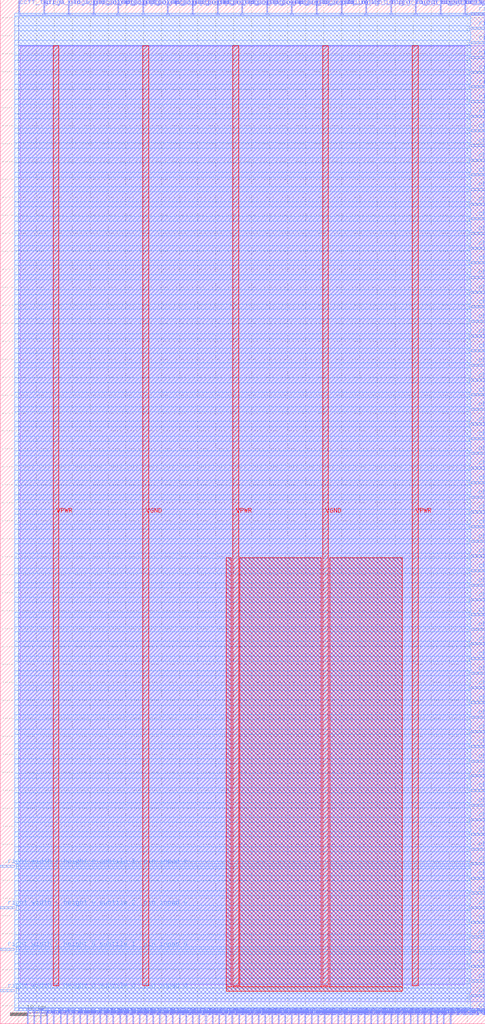
<source format=lef>
VERSION 5.7 ;
  NOWIREEXTENSIONATPIN ON ;
  DIVIDERCHAR "/" ;
  BUSBITCHARS "[]" ;
MACRO top_left_tile
  CLASS BLOCK ;
  FOREIGN top_left_tile ;
  ORIGIN 0.000 0.000 ;
  SIZE 135.000 BY 285.000 ;
  PIN VGND
    DIRECTION INOUT ;
    USE GROUND ;
    PORT
      LAYER met4 ;
        RECT 39.720 10.640 41.320 272.240 ;
    END
    PORT
      LAYER met4 ;
        RECT 89.720 10.640 91.320 272.240 ;
    END
  END VGND
  PIN VPWR
    DIRECTION INOUT ;
    USE POWER ;
    PORT
      LAYER met4 ;
        RECT 14.720 10.640 16.320 272.240 ;
    END
    PORT
      LAYER met4 ;
        RECT 64.720 10.640 66.320 272.240 ;
    END
    PORT
      LAYER met4 ;
        RECT 114.720 10.640 116.320 272.240 ;
    END
  END VPWR
  PIN ccff_head
    DIRECTION INPUT ;
    USE SIGNAL ;
    ANTENNAGATEAREA 0.110000 ;
    PORT
      LAYER met2 ;
        RECT 129.350 281.000 129.630 285.000 ;
    END
  END ccff_head
  PIN ccff_head_0
    DIRECTION INPUT ;
    USE SIGNAL ;
    ANTENNAGATEAREA 0.110000 ;
    PORT
      LAYER met2 ;
        RECT 7.450 0.000 7.730 4.000 ;
    END
  END ccff_head_0
  PIN ccff_tail
    DIRECTION OUTPUT TRISTATE ;
    USE SIGNAL ;
    ANTENNADIFFAREA 0.275600 ;
    PORT
      LAYER met3 ;
        RECT 131.000 3.440 135.000 4.040 ;
    END
  END ccff_tail
  PIN ccff_tail_0
    DIRECTION OUTPUT TRISTATE ;
    USE SIGNAL ;
    ANTENNADIFFAREA 0.275600 ;
    PORT
      LAYER met2 ;
        RECT 5.150 281.000 5.430 285.000 ;
    END
  END ccff_tail_0
  PIN chanx_right_in[0]
    DIRECTION INPUT ;
    USE SIGNAL ;
    ANTENNAGATEAREA 0.110000 ;
    PORT
      LAYER met3 ;
        RECT 131.000 129.920 135.000 130.520 ;
    END
  END chanx_right_in[0]
  PIN chanx_right_in[10]
    DIRECTION INPUT ;
    USE SIGNAL ;
    ANTENNAGATEAREA 0.110000 ;
    PORT
      LAYER met3 ;
        RECT 131.000 170.720 135.000 171.320 ;
    END
  END chanx_right_in[10]
  PIN chanx_right_in[11]
    DIRECTION INPUT ;
    USE SIGNAL ;
    ANTENNAGATEAREA 0.110000 ;
    PORT
      LAYER met3 ;
        RECT 131.000 174.800 135.000 175.400 ;
    END
  END chanx_right_in[11]
  PIN chanx_right_in[12]
    DIRECTION INPUT ;
    USE SIGNAL ;
    ANTENNAGATEAREA 0.110000 ;
    PORT
      LAYER met3 ;
        RECT 131.000 178.880 135.000 179.480 ;
    END
  END chanx_right_in[12]
  PIN chanx_right_in[13]
    DIRECTION INPUT ;
    USE SIGNAL ;
    ANTENNAGATEAREA 0.110000 ;
    PORT
      LAYER met3 ;
        RECT 131.000 182.960 135.000 183.560 ;
    END
  END chanx_right_in[13]
  PIN chanx_right_in[14]
    DIRECTION INPUT ;
    USE SIGNAL ;
    ANTENNAGATEAREA 0.110000 ;
    PORT
      LAYER met3 ;
        RECT 131.000 187.040 135.000 187.640 ;
    END
  END chanx_right_in[14]
  PIN chanx_right_in[15]
    DIRECTION INPUT ;
    USE SIGNAL ;
    ANTENNAGATEAREA 0.110000 ;
    PORT
      LAYER met3 ;
        RECT 131.000 191.120 135.000 191.720 ;
    END
  END chanx_right_in[15]
  PIN chanx_right_in[16]
    DIRECTION INPUT ;
    USE SIGNAL ;
    ANTENNAGATEAREA 0.110000 ;
    PORT
      LAYER met3 ;
        RECT 131.000 195.200 135.000 195.800 ;
    END
  END chanx_right_in[16]
  PIN chanx_right_in[17]
    DIRECTION INPUT ;
    USE SIGNAL ;
    ANTENNAGATEAREA 0.110000 ;
    PORT
      LAYER met3 ;
        RECT 131.000 199.280 135.000 199.880 ;
    END
  END chanx_right_in[17]
  PIN chanx_right_in[18]
    DIRECTION INPUT ;
    USE SIGNAL ;
    ANTENNAGATEAREA 0.110000 ;
    PORT
      LAYER met3 ;
        RECT 131.000 203.360 135.000 203.960 ;
    END
  END chanx_right_in[18]
  PIN chanx_right_in[19]
    DIRECTION INPUT ;
    USE SIGNAL ;
    ANTENNAGATEAREA 0.110000 ;
    PORT
      LAYER met3 ;
        RECT 131.000 207.440 135.000 208.040 ;
    END
  END chanx_right_in[19]
  PIN chanx_right_in[1]
    DIRECTION INPUT ;
    USE SIGNAL ;
    ANTENNAGATEAREA 0.110000 ;
    PORT
      LAYER met3 ;
        RECT 131.000 134.000 135.000 134.600 ;
    END
  END chanx_right_in[1]
  PIN chanx_right_in[20]
    DIRECTION INPUT ;
    USE SIGNAL ;
    ANTENNAGATEAREA 0.110000 ;
    PORT
      LAYER met3 ;
        RECT 131.000 211.520 135.000 212.120 ;
    END
  END chanx_right_in[20]
  PIN chanx_right_in[21]
    DIRECTION INPUT ;
    USE SIGNAL ;
    ANTENNAGATEAREA 0.110000 ;
    PORT
      LAYER met3 ;
        RECT 131.000 215.600 135.000 216.200 ;
    END
  END chanx_right_in[21]
  PIN chanx_right_in[22]
    DIRECTION INPUT ;
    USE SIGNAL ;
    ANTENNAGATEAREA 0.110000 ;
    PORT
      LAYER met3 ;
        RECT 131.000 219.680 135.000 220.280 ;
    END
  END chanx_right_in[22]
  PIN chanx_right_in[23]
    DIRECTION INPUT ;
    USE SIGNAL ;
    ANTENNAGATEAREA 0.110000 ;
    PORT
      LAYER met3 ;
        RECT 131.000 223.760 135.000 224.360 ;
    END
  END chanx_right_in[23]
  PIN chanx_right_in[24]
    DIRECTION INPUT ;
    USE SIGNAL ;
    ANTENNAGATEAREA 0.110000 ;
    PORT
      LAYER met3 ;
        RECT 131.000 227.840 135.000 228.440 ;
    END
  END chanx_right_in[24]
  PIN chanx_right_in[25]
    DIRECTION INPUT ;
    USE SIGNAL ;
    ANTENNAGATEAREA 0.110000 ;
    PORT
      LAYER met3 ;
        RECT 131.000 231.920 135.000 232.520 ;
    END
  END chanx_right_in[25]
  PIN chanx_right_in[26]
    DIRECTION INPUT ;
    USE SIGNAL ;
    ANTENNAGATEAREA 0.110000 ;
    PORT
      LAYER met3 ;
        RECT 131.000 236.000 135.000 236.600 ;
    END
  END chanx_right_in[26]
  PIN chanx_right_in[27]
    DIRECTION INPUT ;
    USE SIGNAL ;
    ANTENNAGATEAREA 0.110000 ;
    PORT
      LAYER met3 ;
        RECT 131.000 240.080 135.000 240.680 ;
    END
  END chanx_right_in[27]
  PIN chanx_right_in[28]
    DIRECTION INPUT ;
    USE SIGNAL ;
    ANTENNAGATEAREA 0.110000 ;
    PORT
      LAYER met3 ;
        RECT 131.000 244.160 135.000 244.760 ;
    END
  END chanx_right_in[28]
  PIN chanx_right_in[29]
    DIRECTION INPUT ;
    USE SIGNAL ;
    ANTENNAGATEAREA 0.110000 ;
    PORT
      LAYER met3 ;
        RECT 131.000 248.240 135.000 248.840 ;
    END
  END chanx_right_in[29]
  PIN chanx_right_in[2]
    DIRECTION INPUT ;
    USE SIGNAL ;
    ANTENNAGATEAREA 0.110000 ;
    PORT
      LAYER met3 ;
        RECT 131.000 138.080 135.000 138.680 ;
    END
  END chanx_right_in[2]
  PIN chanx_right_in[3]
    DIRECTION INPUT ;
    USE SIGNAL ;
    ANTENNAGATEAREA 0.110000 ;
    PORT
      LAYER met3 ;
        RECT 131.000 142.160 135.000 142.760 ;
    END
  END chanx_right_in[3]
  PIN chanx_right_in[4]
    DIRECTION INPUT ;
    USE SIGNAL ;
    ANTENNAGATEAREA 0.110000 ;
    PORT
      LAYER met3 ;
        RECT 131.000 146.240 135.000 146.840 ;
    END
  END chanx_right_in[4]
  PIN chanx_right_in[5]
    DIRECTION INPUT ;
    USE SIGNAL ;
    ANTENNAGATEAREA 0.110000 ;
    PORT
      LAYER met3 ;
        RECT 131.000 150.320 135.000 150.920 ;
    END
  END chanx_right_in[5]
  PIN chanx_right_in[6]
    DIRECTION INPUT ;
    USE SIGNAL ;
    ANTENNAGATEAREA 0.110000 ;
    PORT
      LAYER met3 ;
        RECT 131.000 154.400 135.000 155.000 ;
    END
  END chanx_right_in[6]
  PIN chanx_right_in[7]
    DIRECTION INPUT ;
    USE SIGNAL ;
    ANTENNAGATEAREA 0.110000 ;
    PORT
      LAYER met3 ;
        RECT 131.000 158.480 135.000 159.080 ;
    END
  END chanx_right_in[7]
  PIN chanx_right_in[8]
    DIRECTION INPUT ;
    USE SIGNAL ;
    ANTENNAGATEAREA 0.110000 ;
    PORT
      LAYER met3 ;
        RECT 131.000 162.560 135.000 163.160 ;
    END
  END chanx_right_in[8]
  PIN chanx_right_in[9]
    DIRECTION INPUT ;
    USE SIGNAL ;
    ANTENNAGATEAREA 0.110000 ;
    PORT
      LAYER met3 ;
        RECT 131.000 166.640 135.000 167.240 ;
    END
  END chanx_right_in[9]
  PIN chanx_right_out[0]
    DIRECTION OUTPUT TRISTATE ;
    USE SIGNAL ;
    ANTENNADIFFAREA 0.275600 ;
    PORT
      LAYER met3 ;
        RECT 131.000 7.520 135.000 8.120 ;
    END
  END chanx_right_out[0]
  PIN chanx_right_out[10]
    DIRECTION OUTPUT TRISTATE ;
    USE SIGNAL ;
    ANTENNADIFFAREA 0.275600 ;
    PORT
      LAYER met3 ;
        RECT 131.000 48.320 135.000 48.920 ;
    END
  END chanx_right_out[10]
  PIN chanx_right_out[11]
    DIRECTION OUTPUT TRISTATE ;
    USE SIGNAL ;
    ANTENNADIFFAREA 0.275600 ;
    PORT
      LAYER met3 ;
        RECT 131.000 52.400 135.000 53.000 ;
    END
  END chanx_right_out[11]
  PIN chanx_right_out[12]
    DIRECTION OUTPUT TRISTATE ;
    USE SIGNAL ;
    ANTENNADIFFAREA 0.275600 ;
    PORT
      LAYER met3 ;
        RECT 131.000 56.480 135.000 57.080 ;
    END
  END chanx_right_out[12]
  PIN chanx_right_out[13]
    DIRECTION OUTPUT TRISTATE ;
    USE SIGNAL ;
    ANTENNADIFFAREA 0.275600 ;
    PORT
      LAYER met3 ;
        RECT 131.000 60.560 135.000 61.160 ;
    END
  END chanx_right_out[13]
  PIN chanx_right_out[14]
    DIRECTION OUTPUT TRISTATE ;
    USE SIGNAL ;
    ANTENNADIFFAREA 0.275600 ;
    PORT
      LAYER met3 ;
        RECT 131.000 64.640 135.000 65.240 ;
    END
  END chanx_right_out[14]
  PIN chanx_right_out[15]
    DIRECTION OUTPUT TRISTATE ;
    USE SIGNAL ;
    ANTENNADIFFAREA 0.275600 ;
    PORT
      LAYER met3 ;
        RECT 131.000 68.720 135.000 69.320 ;
    END
  END chanx_right_out[15]
  PIN chanx_right_out[16]
    DIRECTION OUTPUT TRISTATE ;
    USE SIGNAL ;
    ANTENNADIFFAREA 0.275600 ;
    PORT
      LAYER met3 ;
        RECT 131.000 72.800 135.000 73.400 ;
    END
  END chanx_right_out[16]
  PIN chanx_right_out[17]
    DIRECTION OUTPUT TRISTATE ;
    USE SIGNAL ;
    ANTENNADIFFAREA 0.275600 ;
    PORT
      LAYER met3 ;
        RECT 131.000 76.880 135.000 77.480 ;
    END
  END chanx_right_out[17]
  PIN chanx_right_out[18]
    DIRECTION OUTPUT TRISTATE ;
    USE SIGNAL ;
    ANTENNADIFFAREA 0.275600 ;
    PORT
      LAYER met3 ;
        RECT 131.000 80.960 135.000 81.560 ;
    END
  END chanx_right_out[18]
  PIN chanx_right_out[19]
    DIRECTION OUTPUT TRISTATE ;
    USE SIGNAL ;
    ANTENNADIFFAREA 0.275600 ;
    PORT
      LAYER met3 ;
        RECT 131.000 85.040 135.000 85.640 ;
    END
  END chanx_right_out[19]
  PIN chanx_right_out[1]
    DIRECTION OUTPUT TRISTATE ;
    USE SIGNAL ;
    ANTENNADIFFAREA 0.275600 ;
    PORT
      LAYER met3 ;
        RECT 131.000 11.600 135.000 12.200 ;
    END
  END chanx_right_out[1]
  PIN chanx_right_out[20]
    DIRECTION OUTPUT TRISTATE ;
    USE SIGNAL ;
    ANTENNADIFFAREA 0.275600 ;
    PORT
      LAYER met3 ;
        RECT 131.000 89.120 135.000 89.720 ;
    END
  END chanx_right_out[20]
  PIN chanx_right_out[21]
    DIRECTION OUTPUT TRISTATE ;
    USE SIGNAL ;
    ANTENNADIFFAREA 0.275600 ;
    PORT
      LAYER met3 ;
        RECT 131.000 93.200 135.000 93.800 ;
    END
  END chanx_right_out[21]
  PIN chanx_right_out[22]
    DIRECTION OUTPUT TRISTATE ;
    USE SIGNAL ;
    ANTENNADIFFAREA 0.275600 ;
    PORT
      LAYER met3 ;
        RECT 131.000 97.280 135.000 97.880 ;
    END
  END chanx_right_out[22]
  PIN chanx_right_out[23]
    DIRECTION OUTPUT TRISTATE ;
    USE SIGNAL ;
    ANTENNADIFFAREA 0.275600 ;
    PORT
      LAYER met3 ;
        RECT 131.000 101.360 135.000 101.960 ;
    END
  END chanx_right_out[23]
  PIN chanx_right_out[24]
    DIRECTION OUTPUT TRISTATE ;
    USE SIGNAL ;
    ANTENNADIFFAREA 0.275600 ;
    PORT
      LAYER met3 ;
        RECT 131.000 105.440 135.000 106.040 ;
    END
  END chanx_right_out[24]
  PIN chanx_right_out[25]
    DIRECTION OUTPUT TRISTATE ;
    USE SIGNAL ;
    ANTENNADIFFAREA 0.275600 ;
    PORT
      LAYER met3 ;
        RECT 131.000 109.520 135.000 110.120 ;
    END
  END chanx_right_out[25]
  PIN chanx_right_out[26]
    DIRECTION OUTPUT TRISTATE ;
    USE SIGNAL ;
    ANTENNADIFFAREA 0.275600 ;
    PORT
      LAYER met3 ;
        RECT 131.000 113.600 135.000 114.200 ;
    END
  END chanx_right_out[26]
  PIN chanx_right_out[27]
    DIRECTION OUTPUT TRISTATE ;
    USE SIGNAL ;
    ANTENNADIFFAREA 0.275600 ;
    PORT
      LAYER met3 ;
        RECT 131.000 117.680 135.000 118.280 ;
    END
  END chanx_right_out[27]
  PIN chanx_right_out[28]
    DIRECTION OUTPUT TRISTATE ;
    USE SIGNAL ;
    ANTENNADIFFAREA 0.275600 ;
    PORT
      LAYER met3 ;
        RECT 131.000 121.760 135.000 122.360 ;
    END
  END chanx_right_out[28]
  PIN chanx_right_out[29]
    DIRECTION OUTPUT TRISTATE ;
    USE SIGNAL ;
    ANTENNADIFFAREA 0.275600 ;
    PORT
      LAYER met3 ;
        RECT 131.000 125.840 135.000 126.440 ;
    END
  END chanx_right_out[29]
  PIN chanx_right_out[2]
    DIRECTION OUTPUT TRISTATE ;
    USE SIGNAL ;
    ANTENNADIFFAREA 0.275600 ;
    PORT
      LAYER met3 ;
        RECT 131.000 15.680 135.000 16.280 ;
    END
  END chanx_right_out[2]
  PIN chanx_right_out[3]
    DIRECTION OUTPUT TRISTATE ;
    USE SIGNAL ;
    ANTENNADIFFAREA 0.275600 ;
    PORT
      LAYER met3 ;
        RECT 131.000 19.760 135.000 20.360 ;
    END
  END chanx_right_out[3]
  PIN chanx_right_out[4]
    DIRECTION OUTPUT TRISTATE ;
    USE SIGNAL ;
    ANTENNADIFFAREA 0.275600 ;
    PORT
      LAYER met3 ;
        RECT 131.000 23.840 135.000 24.440 ;
    END
  END chanx_right_out[4]
  PIN chanx_right_out[5]
    DIRECTION OUTPUT TRISTATE ;
    USE SIGNAL ;
    ANTENNADIFFAREA 0.275600 ;
    PORT
      LAYER met3 ;
        RECT 131.000 27.920 135.000 28.520 ;
    END
  END chanx_right_out[5]
  PIN chanx_right_out[6]
    DIRECTION OUTPUT TRISTATE ;
    USE SIGNAL ;
    ANTENNADIFFAREA 0.275600 ;
    PORT
      LAYER met3 ;
        RECT 131.000 32.000 135.000 32.600 ;
    END
  END chanx_right_out[6]
  PIN chanx_right_out[7]
    DIRECTION OUTPUT TRISTATE ;
    USE SIGNAL ;
    ANTENNADIFFAREA 0.275600 ;
    PORT
      LAYER met3 ;
        RECT 131.000 36.080 135.000 36.680 ;
    END
  END chanx_right_out[7]
  PIN chanx_right_out[8]
    DIRECTION OUTPUT TRISTATE ;
    USE SIGNAL ;
    ANTENNADIFFAREA 0.275600 ;
    PORT
      LAYER met3 ;
        RECT 131.000 40.160 135.000 40.760 ;
    END
  END chanx_right_out[8]
  PIN chanx_right_out[9]
    DIRECTION OUTPUT TRISTATE ;
    USE SIGNAL ;
    ANTENNADIFFAREA 0.275600 ;
    PORT
      LAYER met3 ;
        RECT 131.000 44.240 135.000 44.840 ;
    END
  END chanx_right_out[9]
  PIN chany_bottom_in_0[0]
    DIRECTION INPUT ;
    USE SIGNAL ;
    ANTENNAGATEAREA 0.110000 ;
    PORT
      LAYER met2 ;
        RECT 9.290 0.000 9.570 4.000 ;
    END
  END chany_bottom_in_0[0]
  PIN chany_bottom_in_0[10]
    DIRECTION INPUT ;
    USE SIGNAL ;
    ANTENNAGATEAREA 0.110000 ;
    PORT
      LAYER met2 ;
        RECT 27.690 0.000 27.970 4.000 ;
    END
  END chany_bottom_in_0[10]
  PIN chany_bottom_in_0[11]
    DIRECTION INPUT ;
    USE SIGNAL ;
    ANTENNAGATEAREA 0.110000 ;
    PORT
      LAYER met2 ;
        RECT 29.530 0.000 29.810 4.000 ;
    END
  END chany_bottom_in_0[11]
  PIN chany_bottom_in_0[12]
    DIRECTION INPUT ;
    USE SIGNAL ;
    ANTENNAGATEAREA 0.110000 ;
    PORT
      LAYER met2 ;
        RECT 31.370 0.000 31.650 4.000 ;
    END
  END chany_bottom_in_0[12]
  PIN chany_bottom_in_0[13]
    DIRECTION INPUT ;
    USE SIGNAL ;
    ANTENNAGATEAREA 0.110000 ;
    PORT
      LAYER met2 ;
        RECT 33.210 0.000 33.490 4.000 ;
    END
  END chany_bottom_in_0[13]
  PIN chany_bottom_in_0[14]
    DIRECTION INPUT ;
    USE SIGNAL ;
    ANTENNAGATEAREA 0.110000 ;
    PORT
      LAYER met2 ;
        RECT 35.050 0.000 35.330 4.000 ;
    END
  END chany_bottom_in_0[14]
  PIN chany_bottom_in_0[15]
    DIRECTION INPUT ;
    USE SIGNAL ;
    ANTENNAGATEAREA 0.110000 ;
    PORT
      LAYER met2 ;
        RECT 36.890 0.000 37.170 4.000 ;
    END
  END chany_bottom_in_0[15]
  PIN chany_bottom_in_0[16]
    DIRECTION INPUT ;
    USE SIGNAL ;
    ANTENNAGATEAREA 0.110000 ;
    PORT
      LAYER met2 ;
        RECT 38.730 0.000 39.010 4.000 ;
    END
  END chany_bottom_in_0[16]
  PIN chany_bottom_in_0[17]
    DIRECTION INPUT ;
    USE SIGNAL ;
    ANTENNAGATEAREA 0.110000 ;
    PORT
      LAYER met2 ;
        RECT 40.570 0.000 40.850 4.000 ;
    END
  END chany_bottom_in_0[17]
  PIN chany_bottom_in_0[18]
    DIRECTION INPUT ;
    USE SIGNAL ;
    ANTENNAGATEAREA 0.110000 ;
    PORT
      LAYER met2 ;
        RECT 42.410 0.000 42.690 4.000 ;
    END
  END chany_bottom_in_0[18]
  PIN chany_bottom_in_0[19]
    DIRECTION INPUT ;
    USE SIGNAL ;
    ANTENNAGATEAREA 0.110000 ;
    PORT
      LAYER met2 ;
        RECT 44.250 0.000 44.530 4.000 ;
    END
  END chany_bottom_in_0[19]
  PIN chany_bottom_in_0[1]
    DIRECTION INPUT ;
    USE SIGNAL ;
    ANTENNAGATEAREA 0.110000 ;
    PORT
      LAYER met2 ;
        RECT 11.130 0.000 11.410 4.000 ;
    END
  END chany_bottom_in_0[1]
  PIN chany_bottom_in_0[20]
    DIRECTION INPUT ;
    USE SIGNAL ;
    ANTENNAGATEAREA 0.110000 ;
    PORT
      LAYER met2 ;
        RECT 46.090 0.000 46.370 4.000 ;
    END
  END chany_bottom_in_0[20]
  PIN chany_bottom_in_0[21]
    DIRECTION INPUT ;
    USE SIGNAL ;
    ANTENNAGATEAREA 0.110000 ;
    PORT
      LAYER met2 ;
        RECT 47.930 0.000 48.210 4.000 ;
    END
  END chany_bottom_in_0[21]
  PIN chany_bottom_in_0[22]
    DIRECTION INPUT ;
    USE SIGNAL ;
    ANTENNAGATEAREA 0.110000 ;
    PORT
      LAYER met2 ;
        RECT 49.770 0.000 50.050 4.000 ;
    END
  END chany_bottom_in_0[22]
  PIN chany_bottom_in_0[23]
    DIRECTION INPUT ;
    USE SIGNAL ;
    ANTENNAGATEAREA 0.110000 ;
    PORT
      LAYER met2 ;
        RECT 51.610 0.000 51.890 4.000 ;
    END
  END chany_bottom_in_0[23]
  PIN chany_bottom_in_0[24]
    DIRECTION INPUT ;
    USE SIGNAL ;
    ANTENNAGATEAREA 0.110000 ;
    PORT
      LAYER met2 ;
        RECT 53.450 0.000 53.730 4.000 ;
    END
  END chany_bottom_in_0[24]
  PIN chany_bottom_in_0[25]
    DIRECTION INPUT ;
    USE SIGNAL ;
    ANTENNAGATEAREA 0.110000 ;
    PORT
      LAYER met2 ;
        RECT 55.290 0.000 55.570 4.000 ;
    END
  END chany_bottom_in_0[25]
  PIN chany_bottom_in_0[26]
    DIRECTION INPUT ;
    USE SIGNAL ;
    ANTENNAGATEAREA 0.110000 ;
    PORT
      LAYER met2 ;
        RECT 57.130 0.000 57.410 4.000 ;
    END
  END chany_bottom_in_0[26]
  PIN chany_bottom_in_0[27]
    DIRECTION INPUT ;
    USE SIGNAL ;
    ANTENNAGATEAREA 0.110000 ;
    PORT
      LAYER met2 ;
        RECT 58.970 0.000 59.250 4.000 ;
    END
  END chany_bottom_in_0[27]
  PIN chany_bottom_in_0[28]
    DIRECTION INPUT ;
    USE SIGNAL ;
    ANTENNAGATEAREA 0.110000 ;
    PORT
      LAYER met2 ;
        RECT 60.810 0.000 61.090 4.000 ;
    END
  END chany_bottom_in_0[28]
  PIN chany_bottom_in_0[29]
    DIRECTION INPUT ;
    USE SIGNAL ;
    ANTENNAGATEAREA 0.110000 ;
    PORT
      LAYER met2 ;
        RECT 62.650 0.000 62.930 4.000 ;
    END
  END chany_bottom_in_0[29]
  PIN chany_bottom_in_0[2]
    DIRECTION INPUT ;
    USE SIGNAL ;
    ANTENNAGATEAREA 0.110000 ;
    PORT
      LAYER met2 ;
        RECT 12.970 0.000 13.250 4.000 ;
    END
  END chany_bottom_in_0[2]
  PIN chany_bottom_in_0[3]
    DIRECTION INPUT ;
    USE SIGNAL ;
    ANTENNAGATEAREA 0.110000 ;
    PORT
      LAYER met2 ;
        RECT 14.810 0.000 15.090 4.000 ;
    END
  END chany_bottom_in_0[3]
  PIN chany_bottom_in_0[4]
    DIRECTION INPUT ;
    USE SIGNAL ;
    ANTENNAGATEAREA 0.110000 ;
    PORT
      LAYER met2 ;
        RECT 16.650 0.000 16.930 4.000 ;
    END
  END chany_bottom_in_0[4]
  PIN chany_bottom_in_0[5]
    DIRECTION INPUT ;
    USE SIGNAL ;
    ANTENNAGATEAREA 0.110000 ;
    PORT
      LAYER met2 ;
        RECT 18.490 0.000 18.770 4.000 ;
    END
  END chany_bottom_in_0[5]
  PIN chany_bottom_in_0[6]
    DIRECTION INPUT ;
    USE SIGNAL ;
    ANTENNAGATEAREA 0.110000 ;
    PORT
      LAYER met2 ;
        RECT 20.330 0.000 20.610 4.000 ;
    END
  END chany_bottom_in_0[6]
  PIN chany_bottom_in_0[7]
    DIRECTION INPUT ;
    USE SIGNAL ;
    ANTENNAGATEAREA 0.110000 ;
    PORT
      LAYER met2 ;
        RECT 22.170 0.000 22.450 4.000 ;
    END
  END chany_bottom_in_0[7]
  PIN chany_bottom_in_0[8]
    DIRECTION INPUT ;
    USE SIGNAL ;
    ANTENNAGATEAREA 0.110000 ;
    PORT
      LAYER met2 ;
        RECT 24.010 0.000 24.290 4.000 ;
    END
  END chany_bottom_in_0[8]
  PIN chany_bottom_in_0[9]
    DIRECTION INPUT ;
    USE SIGNAL ;
    ANTENNAGATEAREA 0.110000 ;
    PORT
      LAYER met2 ;
        RECT 25.850 0.000 26.130 4.000 ;
    END
  END chany_bottom_in_0[9]
  PIN chany_bottom_out_0[0]
    DIRECTION OUTPUT TRISTATE ;
    USE SIGNAL ;
    ANTENNADIFFAREA 0.275600 ;
    PORT
      LAYER met2 ;
        RECT 64.490 0.000 64.770 4.000 ;
    END
  END chany_bottom_out_0[0]
  PIN chany_bottom_out_0[10]
    DIRECTION OUTPUT TRISTATE ;
    USE SIGNAL ;
    ANTENNADIFFAREA 0.275600 ;
    PORT
      LAYER met2 ;
        RECT 82.890 0.000 83.170 4.000 ;
    END
  END chany_bottom_out_0[10]
  PIN chany_bottom_out_0[11]
    DIRECTION OUTPUT TRISTATE ;
    USE SIGNAL ;
    ANTENNADIFFAREA 0.275600 ;
    PORT
      LAYER met2 ;
        RECT 84.730 0.000 85.010 4.000 ;
    END
  END chany_bottom_out_0[11]
  PIN chany_bottom_out_0[12]
    DIRECTION OUTPUT TRISTATE ;
    USE SIGNAL ;
    ANTENNADIFFAREA 0.275600 ;
    PORT
      LAYER met2 ;
        RECT 86.570 0.000 86.850 4.000 ;
    END
  END chany_bottom_out_0[12]
  PIN chany_bottom_out_0[13]
    DIRECTION OUTPUT TRISTATE ;
    USE SIGNAL ;
    ANTENNADIFFAREA 0.275600 ;
    PORT
      LAYER met2 ;
        RECT 88.410 0.000 88.690 4.000 ;
    END
  END chany_bottom_out_0[13]
  PIN chany_bottom_out_0[14]
    DIRECTION OUTPUT TRISTATE ;
    USE SIGNAL ;
    ANTENNADIFFAREA 0.275600 ;
    PORT
      LAYER met2 ;
        RECT 90.250 0.000 90.530 4.000 ;
    END
  END chany_bottom_out_0[14]
  PIN chany_bottom_out_0[15]
    DIRECTION OUTPUT TRISTATE ;
    USE SIGNAL ;
    ANTENNADIFFAREA 0.275600 ;
    PORT
      LAYER met2 ;
        RECT 92.090 0.000 92.370 4.000 ;
    END
  END chany_bottom_out_0[15]
  PIN chany_bottom_out_0[16]
    DIRECTION OUTPUT TRISTATE ;
    USE SIGNAL ;
    ANTENNADIFFAREA 0.275600 ;
    PORT
      LAYER met2 ;
        RECT 93.930 0.000 94.210 4.000 ;
    END
  END chany_bottom_out_0[16]
  PIN chany_bottom_out_0[17]
    DIRECTION OUTPUT TRISTATE ;
    USE SIGNAL ;
    ANTENNADIFFAREA 0.275600 ;
    PORT
      LAYER met2 ;
        RECT 95.770 0.000 96.050 4.000 ;
    END
  END chany_bottom_out_0[17]
  PIN chany_bottom_out_0[18]
    DIRECTION OUTPUT TRISTATE ;
    USE SIGNAL ;
    ANTENNADIFFAREA 0.275600 ;
    PORT
      LAYER met2 ;
        RECT 97.610 0.000 97.890 4.000 ;
    END
  END chany_bottom_out_0[18]
  PIN chany_bottom_out_0[19]
    DIRECTION OUTPUT TRISTATE ;
    USE SIGNAL ;
    ANTENNADIFFAREA 0.275600 ;
    PORT
      LAYER met2 ;
        RECT 99.450 0.000 99.730 4.000 ;
    END
  END chany_bottom_out_0[19]
  PIN chany_bottom_out_0[1]
    DIRECTION OUTPUT TRISTATE ;
    USE SIGNAL ;
    ANTENNADIFFAREA 0.275600 ;
    PORT
      LAYER met2 ;
        RECT 66.330 0.000 66.610 4.000 ;
    END
  END chany_bottom_out_0[1]
  PIN chany_bottom_out_0[20]
    DIRECTION OUTPUT TRISTATE ;
    USE SIGNAL ;
    ANTENNADIFFAREA 0.275600 ;
    PORT
      LAYER met2 ;
        RECT 101.290 0.000 101.570 4.000 ;
    END
  END chany_bottom_out_0[20]
  PIN chany_bottom_out_0[21]
    DIRECTION OUTPUT TRISTATE ;
    USE SIGNAL ;
    ANTENNADIFFAREA 0.275600 ;
    PORT
      LAYER met2 ;
        RECT 103.130 0.000 103.410 4.000 ;
    END
  END chany_bottom_out_0[21]
  PIN chany_bottom_out_0[22]
    DIRECTION OUTPUT TRISTATE ;
    USE SIGNAL ;
    ANTENNADIFFAREA 0.275600 ;
    PORT
      LAYER met2 ;
        RECT 104.970 0.000 105.250 4.000 ;
    END
  END chany_bottom_out_0[22]
  PIN chany_bottom_out_0[23]
    DIRECTION OUTPUT TRISTATE ;
    USE SIGNAL ;
    ANTENNADIFFAREA 0.275600 ;
    PORT
      LAYER met2 ;
        RECT 106.810 0.000 107.090 4.000 ;
    END
  END chany_bottom_out_0[23]
  PIN chany_bottom_out_0[24]
    DIRECTION OUTPUT TRISTATE ;
    USE SIGNAL ;
    ANTENNADIFFAREA 0.275600 ;
    PORT
      LAYER met2 ;
        RECT 108.650 0.000 108.930 4.000 ;
    END
  END chany_bottom_out_0[24]
  PIN chany_bottom_out_0[25]
    DIRECTION OUTPUT TRISTATE ;
    USE SIGNAL ;
    ANTENNADIFFAREA 0.275600 ;
    PORT
      LAYER met2 ;
        RECT 110.490 0.000 110.770 4.000 ;
    END
  END chany_bottom_out_0[25]
  PIN chany_bottom_out_0[26]
    DIRECTION OUTPUT TRISTATE ;
    USE SIGNAL ;
    ANTENNADIFFAREA 0.275600 ;
    PORT
      LAYER met2 ;
        RECT 112.330 0.000 112.610 4.000 ;
    END
  END chany_bottom_out_0[26]
  PIN chany_bottom_out_0[27]
    DIRECTION OUTPUT TRISTATE ;
    USE SIGNAL ;
    ANTENNADIFFAREA 0.275600 ;
    PORT
      LAYER met2 ;
        RECT 114.170 0.000 114.450 4.000 ;
    END
  END chany_bottom_out_0[27]
  PIN chany_bottom_out_0[28]
    DIRECTION OUTPUT TRISTATE ;
    USE SIGNAL ;
    ANTENNADIFFAREA 0.275600 ;
    PORT
      LAYER met2 ;
        RECT 116.010 0.000 116.290 4.000 ;
    END
  END chany_bottom_out_0[28]
  PIN chany_bottom_out_0[29]
    DIRECTION OUTPUT TRISTATE ;
    USE SIGNAL ;
    ANTENNADIFFAREA 0.275600 ;
    PORT
      LAYER met2 ;
        RECT 117.850 0.000 118.130 4.000 ;
    END
  END chany_bottom_out_0[29]
  PIN chany_bottom_out_0[2]
    DIRECTION OUTPUT TRISTATE ;
    USE SIGNAL ;
    ANTENNADIFFAREA 0.275600 ;
    PORT
      LAYER met2 ;
        RECT 68.170 0.000 68.450 4.000 ;
    END
  END chany_bottom_out_0[2]
  PIN chany_bottom_out_0[3]
    DIRECTION OUTPUT TRISTATE ;
    USE SIGNAL ;
    ANTENNADIFFAREA 0.275600 ;
    PORT
      LAYER met2 ;
        RECT 70.010 0.000 70.290 4.000 ;
    END
  END chany_bottom_out_0[3]
  PIN chany_bottom_out_0[4]
    DIRECTION OUTPUT TRISTATE ;
    USE SIGNAL ;
    ANTENNADIFFAREA 0.275600 ;
    PORT
      LAYER met2 ;
        RECT 71.850 0.000 72.130 4.000 ;
    END
  END chany_bottom_out_0[4]
  PIN chany_bottom_out_0[5]
    DIRECTION OUTPUT TRISTATE ;
    USE SIGNAL ;
    ANTENNADIFFAREA 0.275600 ;
    PORT
      LAYER met2 ;
        RECT 73.690 0.000 73.970 4.000 ;
    END
  END chany_bottom_out_0[5]
  PIN chany_bottom_out_0[6]
    DIRECTION OUTPUT TRISTATE ;
    USE SIGNAL ;
    ANTENNADIFFAREA 0.275600 ;
    PORT
      LAYER met2 ;
        RECT 75.530 0.000 75.810 4.000 ;
    END
  END chany_bottom_out_0[6]
  PIN chany_bottom_out_0[7]
    DIRECTION OUTPUT TRISTATE ;
    USE SIGNAL ;
    ANTENNADIFFAREA 0.275600 ;
    PORT
      LAYER met2 ;
        RECT 77.370 0.000 77.650 4.000 ;
    END
  END chany_bottom_out_0[7]
  PIN chany_bottom_out_0[8]
    DIRECTION OUTPUT TRISTATE ;
    USE SIGNAL ;
    ANTENNADIFFAREA 0.275600 ;
    PORT
      LAYER met2 ;
        RECT 79.210 0.000 79.490 4.000 ;
    END
  END chany_bottom_out_0[8]
  PIN chany_bottom_out_0[9]
    DIRECTION OUTPUT TRISTATE ;
    USE SIGNAL ;
    ANTENNADIFFAREA 0.275600 ;
    PORT
      LAYER met2 ;
        RECT 81.050 0.000 81.330 4.000 ;
    END
  END chany_bottom_out_0[9]
  PIN gfpga_pad_io_soc_dir[0]
    DIRECTION OUTPUT TRISTATE ;
    USE SIGNAL ;
    ANTENNADIFFAREA 0.275600 ;
    PORT
      LAYER met2 ;
        RECT 12.050 281.000 12.330 285.000 ;
    END
  END gfpga_pad_io_soc_dir[0]
  PIN gfpga_pad_io_soc_dir[1]
    DIRECTION OUTPUT TRISTATE ;
    USE SIGNAL ;
    ANTENNADIFFAREA 0.275600 ;
    PORT
      LAYER met2 ;
        RECT 18.950 281.000 19.230 285.000 ;
    END
  END gfpga_pad_io_soc_dir[1]
  PIN gfpga_pad_io_soc_dir[2]
    DIRECTION OUTPUT TRISTATE ;
    USE SIGNAL ;
    ANTENNADIFFAREA 0.275600 ;
    PORT
      LAYER met2 ;
        RECT 25.850 281.000 26.130 285.000 ;
    END
  END gfpga_pad_io_soc_dir[2]
  PIN gfpga_pad_io_soc_dir[3]
    DIRECTION OUTPUT TRISTATE ;
    USE SIGNAL ;
    ANTENNADIFFAREA 0.275600 ;
    PORT
      LAYER met2 ;
        RECT 32.750 281.000 33.030 285.000 ;
    END
  END gfpga_pad_io_soc_dir[3]
  PIN gfpga_pad_io_soc_in[0]
    DIRECTION INPUT ;
    USE SIGNAL ;
    ANTENNAGATEAREA 0.110000 ;
    PORT
      LAYER met2 ;
        RECT 67.250 281.000 67.530 285.000 ;
    END
  END gfpga_pad_io_soc_in[0]
  PIN gfpga_pad_io_soc_in[1]
    DIRECTION INPUT ;
    USE SIGNAL ;
    ANTENNAGATEAREA 0.110000 ;
    PORT
      LAYER met2 ;
        RECT 74.150 281.000 74.430 285.000 ;
    END
  END gfpga_pad_io_soc_in[1]
  PIN gfpga_pad_io_soc_in[2]
    DIRECTION INPUT ;
    USE SIGNAL ;
    ANTENNAGATEAREA 0.110000 ;
    PORT
      LAYER met2 ;
        RECT 81.050 281.000 81.330 285.000 ;
    END
  END gfpga_pad_io_soc_in[2]
  PIN gfpga_pad_io_soc_in[3]
    DIRECTION INPUT ;
    USE SIGNAL ;
    ANTENNAGATEAREA 0.110000 ;
    PORT
      LAYER met2 ;
        RECT 87.950 281.000 88.230 285.000 ;
    END
  END gfpga_pad_io_soc_in[3]
  PIN gfpga_pad_io_soc_out[0]
    DIRECTION OUTPUT TRISTATE ;
    USE SIGNAL ;
    ANTENNADIFFAREA 0.275600 ;
    PORT
      LAYER met2 ;
        RECT 39.650 281.000 39.930 285.000 ;
    END
  END gfpga_pad_io_soc_out[0]
  PIN gfpga_pad_io_soc_out[1]
    DIRECTION OUTPUT TRISTATE ;
    USE SIGNAL ;
    ANTENNADIFFAREA 0.275600 ;
    PORT
      LAYER met2 ;
        RECT 46.550 281.000 46.830 285.000 ;
    END
  END gfpga_pad_io_soc_out[1]
  PIN gfpga_pad_io_soc_out[2]
    DIRECTION OUTPUT TRISTATE ;
    USE SIGNAL ;
    ANTENNADIFFAREA 0.275600 ;
    PORT
      LAYER met2 ;
        RECT 53.450 281.000 53.730 285.000 ;
    END
  END gfpga_pad_io_soc_out[2]
  PIN gfpga_pad_io_soc_out[3]
    DIRECTION OUTPUT TRISTATE ;
    USE SIGNAL ;
    ANTENNADIFFAREA 0.275600 ;
    PORT
      LAYER met2 ;
        RECT 60.350 281.000 60.630 285.000 ;
    END
  END gfpga_pad_io_soc_out[3]
  PIN isol_n
    DIRECTION INPUT ;
    USE SIGNAL ;
    ANTENNAGATEAREA 0.110000 ;
    PORT
      LAYER met2 ;
        RECT 94.850 281.000 95.130 285.000 ;
    END
  END isol_n
  PIN prog_clk
    DIRECTION INPUT ;
    USE SIGNAL ;
    ANTENNAGATEAREA 0.110000 ;
    PORT
      LAYER met2 ;
        RECT 119.690 0.000 119.970 4.000 ;
    END
  END prog_clk
  PIN prog_reset
    DIRECTION INPUT ;
    USE SIGNAL ;
    ANTENNAGATEAREA 0.110000 ;
    PORT
      LAYER met2 ;
        RECT 121.530 0.000 121.810 4.000 ;
    END
  END prog_reset
  PIN reset
    DIRECTION INPUT ;
    USE SIGNAL ;
    ANTENNAGATEAREA 0.110000 ;
    PORT
      LAYER met2 ;
        RECT 123.370 0.000 123.650 4.000 ;
    END
  END reset
  PIN right_bottom_grid_top_width_0_height_0_subtile_0__pin_O_0_
    DIRECTION INPUT ;
    USE SIGNAL ;
    ANTENNAGATEAREA 0.110000 ;
    PORT
      LAYER met3 ;
        RECT 131.000 252.320 135.000 252.920 ;
    END
  END right_bottom_grid_top_width_0_height_0_subtile_0__pin_O_0_
  PIN right_bottom_grid_top_width_0_height_0_subtile_0__pin_O_1_
    DIRECTION INPUT ;
    USE SIGNAL ;
    ANTENNAGATEAREA 0.110000 ;
    PORT
      LAYER met3 ;
        RECT 131.000 256.400 135.000 257.000 ;
    END
  END right_bottom_grid_top_width_0_height_0_subtile_0__pin_O_1_
  PIN right_bottom_grid_top_width_0_height_0_subtile_0__pin_O_2_
    DIRECTION INPUT ;
    USE SIGNAL ;
    ANTENNAGATEAREA 0.110000 ;
    PORT
      LAYER met3 ;
        RECT 131.000 260.480 135.000 261.080 ;
    END
  END right_bottom_grid_top_width_0_height_0_subtile_0__pin_O_2_
  PIN right_bottom_grid_top_width_0_height_0_subtile_0__pin_O_3_
    DIRECTION INPUT ;
    USE SIGNAL ;
    ANTENNAGATEAREA 0.110000 ;
    PORT
      LAYER met3 ;
        RECT 131.000 264.560 135.000 265.160 ;
    END
  END right_bottom_grid_top_width_0_height_0_subtile_0__pin_O_3_
  PIN right_bottom_grid_top_width_0_height_0_subtile_0__pin_O_4_
    DIRECTION INPUT ;
    USE SIGNAL ;
    ANTENNAGATEAREA 0.110000 ;
    PORT
      LAYER met3 ;
        RECT 131.000 268.640 135.000 269.240 ;
    END
  END right_bottom_grid_top_width_0_height_0_subtile_0__pin_O_4_
  PIN right_bottom_grid_top_width_0_height_0_subtile_0__pin_O_5_
    DIRECTION INPUT ;
    USE SIGNAL ;
    ANTENNAGATEAREA 0.110000 ;
    PORT
      LAYER met3 ;
        RECT 131.000 272.720 135.000 273.320 ;
    END
  END right_bottom_grid_top_width_0_height_0_subtile_0__pin_O_5_
  PIN right_bottom_grid_top_width_0_height_0_subtile_0__pin_O_6_
    DIRECTION INPUT ;
    USE SIGNAL ;
    ANTENNAGATEAREA 0.110000 ;
    PORT
      LAYER met3 ;
        RECT 131.000 276.800 135.000 277.400 ;
    END
  END right_bottom_grid_top_width_0_height_0_subtile_0__pin_O_6_
  PIN right_bottom_grid_top_width_0_height_0_subtile_0__pin_O_7_
    DIRECTION INPUT ;
    USE SIGNAL ;
    ANTENNAGATEAREA 0.110000 ;
    PORT
      LAYER met3 ;
        RECT 131.000 280.880 135.000 281.480 ;
    END
  END right_bottom_grid_top_width_0_height_0_subtile_0__pin_O_7_
  PIN right_top_grid_bottom_width_0_height_0_subtile_0__pin_inpad_0_
    DIRECTION INPUT ;
    USE SIGNAL ;
    ANTENNAGATEAREA 0.110000 ;
    PORT
      LAYER met2 ;
        RECT 101.750 281.000 102.030 285.000 ;
    END
  END right_top_grid_bottom_width_0_height_0_subtile_0__pin_inpad_0_
  PIN right_top_grid_bottom_width_0_height_0_subtile_1__pin_inpad_0_
    DIRECTION INPUT ;
    USE SIGNAL ;
    ANTENNAGATEAREA 0.110000 ;
    PORT
      LAYER met2 ;
        RECT 108.650 281.000 108.930 285.000 ;
    END
  END right_top_grid_bottom_width_0_height_0_subtile_1__pin_inpad_0_
  PIN right_top_grid_bottom_width_0_height_0_subtile_2__pin_inpad_0_
    DIRECTION INPUT ;
    USE SIGNAL ;
    ANTENNAGATEAREA 0.110000 ;
    PORT
      LAYER met2 ;
        RECT 115.550 281.000 115.830 285.000 ;
    END
  END right_top_grid_bottom_width_0_height_0_subtile_2__pin_inpad_0_
  PIN right_top_grid_bottom_width_0_height_0_subtile_3__pin_inpad_0_
    DIRECTION INPUT ;
    USE SIGNAL ;
    ANTENNAGATEAREA 0.110000 ;
    PORT
      LAYER met2 ;
        RECT 122.450 281.000 122.730 285.000 ;
    END
  END right_top_grid_bottom_width_0_height_0_subtile_3__pin_inpad_0_
  PIN right_width_0_height_0_subtile_0__pin_inpad_0_
    DIRECTION OUTPUT TRISTATE ;
    USE SIGNAL ;
    ANTENNADIFFAREA 0.275600 ;
    PORT
      LAYER met3 ;
        RECT 0.000 8.880 4.000 9.480 ;
    END
  END right_width_0_height_0_subtile_0__pin_inpad_0_
  PIN right_width_0_height_0_subtile_1__pin_inpad_0_
    DIRECTION OUTPUT TRISTATE ;
    USE SIGNAL ;
    ANTENNADIFFAREA 0.275600 ;
    PORT
      LAYER met3 ;
        RECT 0.000 20.440 4.000 21.040 ;
    END
  END right_width_0_height_0_subtile_1__pin_inpad_0_
  PIN right_width_0_height_0_subtile_2__pin_inpad_0_
    DIRECTION OUTPUT TRISTATE ;
    USE SIGNAL ;
    ANTENNADIFFAREA 0.275600 ;
    PORT
      LAYER met3 ;
        RECT 0.000 32.000 4.000 32.600 ;
    END
  END right_width_0_height_0_subtile_2__pin_inpad_0_
  PIN right_width_0_height_0_subtile_3__pin_inpad_0_
    DIRECTION OUTPUT TRISTATE ;
    USE SIGNAL ;
    ANTENNADIFFAREA 0.275600 ;
    PORT
      LAYER met3 ;
        RECT 0.000 43.560 4.000 44.160 ;
    END
  END right_width_0_height_0_subtile_3__pin_inpad_0_
  PIN test_enable
    DIRECTION INPUT ;
    USE SIGNAL ;
    ANTENNAGATEAREA 0.110000 ;
    PORT
      LAYER met2 ;
        RECT 125.210 0.000 125.490 4.000 ;
    END
  END test_enable
  OBS
      LAYER li1 ;
        RECT 5.520 10.795 129.260 272.085 ;
      LAYER met1 ;
        RECT 5.130 6.160 134.710 272.240 ;
      LAYER met2 ;
        RECT 5.710 280.720 11.770 281.250 ;
        RECT 12.610 280.720 18.670 281.250 ;
        RECT 19.510 280.720 25.570 281.250 ;
        RECT 26.410 280.720 32.470 281.250 ;
        RECT 33.310 280.720 39.370 281.250 ;
        RECT 40.210 280.720 46.270 281.250 ;
        RECT 47.110 280.720 53.170 281.250 ;
        RECT 54.010 280.720 60.070 281.250 ;
        RECT 60.910 280.720 66.970 281.250 ;
        RECT 67.810 280.720 73.870 281.250 ;
        RECT 74.710 280.720 80.770 281.250 ;
        RECT 81.610 280.720 87.670 281.250 ;
        RECT 88.510 280.720 94.570 281.250 ;
        RECT 95.410 280.720 101.470 281.250 ;
        RECT 102.310 280.720 108.370 281.250 ;
        RECT 109.210 280.720 115.270 281.250 ;
        RECT 116.110 280.720 122.170 281.250 ;
        RECT 123.010 280.720 129.070 281.250 ;
        RECT 129.910 280.720 134.680 281.250 ;
        RECT 5.160 4.280 134.680 280.720 ;
        RECT 5.160 3.555 7.170 4.280 ;
        RECT 8.010 3.555 9.010 4.280 ;
        RECT 9.850 3.555 10.850 4.280 ;
        RECT 11.690 3.555 12.690 4.280 ;
        RECT 13.530 3.555 14.530 4.280 ;
        RECT 15.370 3.555 16.370 4.280 ;
        RECT 17.210 3.555 18.210 4.280 ;
        RECT 19.050 3.555 20.050 4.280 ;
        RECT 20.890 3.555 21.890 4.280 ;
        RECT 22.730 3.555 23.730 4.280 ;
        RECT 24.570 3.555 25.570 4.280 ;
        RECT 26.410 3.555 27.410 4.280 ;
        RECT 28.250 3.555 29.250 4.280 ;
        RECT 30.090 3.555 31.090 4.280 ;
        RECT 31.930 3.555 32.930 4.280 ;
        RECT 33.770 3.555 34.770 4.280 ;
        RECT 35.610 3.555 36.610 4.280 ;
        RECT 37.450 3.555 38.450 4.280 ;
        RECT 39.290 3.555 40.290 4.280 ;
        RECT 41.130 3.555 42.130 4.280 ;
        RECT 42.970 3.555 43.970 4.280 ;
        RECT 44.810 3.555 45.810 4.280 ;
        RECT 46.650 3.555 47.650 4.280 ;
        RECT 48.490 3.555 49.490 4.280 ;
        RECT 50.330 3.555 51.330 4.280 ;
        RECT 52.170 3.555 53.170 4.280 ;
        RECT 54.010 3.555 55.010 4.280 ;
        RECT 55.850 3.555 56.850 4.280 ;
        RECT 57.690 3.555 58.690 4.280 ;
        RECT 59.530 3.555 60.530 4.280 ;
        RECT 61.370 3.555 62.370 4.280 ;
        RECT 63.210 3.555 64.210 4.280 ;
        RECT 65.050 3.555 66.050 4.280 ;
        RECT 66.890 3.555 67.890 4.280 ;
        RECT 68.730 3.555 69.730 4.280 ;
        RECT 70.570 3.555 71.570 4.280 ;
        RECT 72.410 3.555 73.410 4.280 ;
        RECT 74.250 3.555 75.250 4.280 ;
        RECT 76.090 3.555 77.090 4.280 ;
        RECT 77.930 3.555 78.930 4.280 ;
        RECT 79.770 3.555 80.770 4.280 ;
        RECT 81.610 3.555 82.610 4.280 ;
        RECT 83.450 3.555 84.450 4.280 ;
        RECT 85.290 3.555 86.290 4.280 ;
        RECT 87.130 3.555 88.130 4.280 ;
        RECT 88.970 3.555 89.970 4.280 ;
        RECT 90.810 3.555 91.810 4.280 ;
        RECT 92.650 3.555 93.650 4.280 ;
        RECT 94.490 3.555 95.490 4.280 ;
        RECT 96.330 3.555 97.330 4.280 ;
        RECT 98.170 3.555 99.170 4.280 ;
        RECT 100.010 3.555 101.010 4.280 ;
        RECT 101.850 3.555 102.850 4.280 ;
        RECT 103.690 3.555 104.690 4.280 ;
        RECT 105.530 3.555 106.530 4.280 ;
        RECT 107.370 3.555 108.370 4.280 ;
        RECT 109.210 3.555 110.210 4.280 ;
        RECT 111.050 3.555 112.050 4.280 ;
        RECT 112.890 3.555 113.890 4.280 ;
        RECT 114.730 3.555 115.730 4.280 ;
        RECT 116.570 3.555 117.570 4.280 ;
        RECT 118.410 3.555 119.410 4.280 ;
        RECT 120.250 3.555 121.250 4.280 ;
        RECT 122.090 3.555 123.090 4.280 ;
        RECT 123.930 3.555 124.930 4.280 ;
        RECT 125.770 3.555 134.680 4.280 ;
      LAYER met3 ;
        RECT 4.000 280.480 130.600 281.330 ;
        RECT 4.000 277.800 131.000 280.480 ;
        RECT 4.000 276.400 130.600 277.800 ;
        RECT 4.000 273.720 131.000 276.400 ;
        RECT 4.000 272.320 130.600 273.720 ;
        RECT 4.000 269.640 131.000 272.320 ;
        RECT 4.000 268.240 130.600 269.640 ;
        RECT 4.000 265.560 131.000 268.240 ;
        RECT 4.000 264.160 130.600 265.560 ;
        RECT 4.000 261.480 131.000 264.160 ;
        RECT 4.000 260.080 130.600 261.480 ;
        RECT 4.000 257.400 131.000 260.080 ;
        RECT 4.000 256.000 130.600 257.400 ;
        RECT 4.000 253.320 131.000 256.000 ;
        RECT 4.000 251.920 130.600 253.320 ;
        RECT 4.000 249.240 131.000 251.920 ;
        RECT 4.000 247.840 130.600 249.240 ;
        RECT 4.000 245.160 131.000 247.840 ;
        RECT 4.000 243.760 130.600 245.160 ;
        RECT 4.000 241.080 131.000 243.760 ;
        RECT 4.000 239.680 130.600 241.080 ;
        RECT 4.000 237.000 131.000 239.680 ;
        RECT 4.000 235.600 130.600 237.000 ;
        RECT 4.000 232.920 131.000 235.600 ;
        RECT 4.000 231.520 130.600 232.920 ;
        RECT 4.000 228.840 131.000 231.520 ;
        RECT 4.000 227.440 130.600 228.840 ;
        RECT 4.000 224.760 131.000 227.440 ;
        RECT 4.000 223.360 130.600 224.760 ;
        RECT 4.000 220.680 131.000 223.360 ;
        RECT 4.000 219.280 130.600 220.680 ;
        RECT 4.000 216.600 131.000 219.280 ;
        RECT 4.000 215.200 130.600 216.600 ;
        RECT 4.000 212.520 131.000 215.200 ;
        RECT 4.000 211.120 130.600 212.520 ;
        RECT 4.000 208.440 131.000 211.120 ;
        RECT 4.000 207.040 130.600 208.440 ;
        RECT 4.000 204.360 131.000 207.040 ;
        RECT 4.000 202.960 130.600 204.360 ;
        RECT 4.000 200.280 131.000 202.960 ;
        RECT 4.000 198.880 130.600 200.280 ;
        RECT 4.000 196.200 131.000 198.880 ;
        RECT 4.000 194.800 130.600 196.200 ;
        RECT 4.000 192.120 131.000 194.800 ;
        RECT 4.000 190.720 130.600 192.120 ;
        RECT 4.000 188.040 131.000 190.720 ;
        RECT 4.000 186.640 130.600 188.040 ;
        RECT 4.000 183.960 131.000 186.640 ;
        RECT 4.000 182.560 130.600 183.960 ;
        RECT 4.000 179.880 131.000 182.560 ;
        RECT 4.000 178.480 130.600 179.880 ;
        RECT 4.000 175.800 131.000 178.480 ;
        RECT 4.000 174.400 130.600 175.800 ;
        RECT 4.000 171.720 131.000 174.400 ;
        RECT 4.000 170.320 130.600 171.720 ;
        RECT 4.000 167.640 131.000 170.320 ;
        RECT 4.000 166.240 130.600 167.640 ;
        RECT 4.000 163.560 131.000 166.240 ;
        RECT 4.000 162.160 130.600 163.560 ;
        RECT 4.000 159.480 131.000 162.160 ;
        RECT 4.000 158.080 130.600 159.480 ;
        RECT 4.000 155.400 131.000 158.080 ;
        RECT 4.000 154.000 130.600 155.400 ;
        RECT 4.000 151.320 131.000 154.000 ;
        RECT 4.000 149.920 130.600 151.320 ;
        RECT 4.000 147.240 131.000 149.920 ;
        RECT 4.000 145.840 130.600 147.240 ;
        RECT 4.000 143.160 131.000 145.840 ;
        RECT 4.000 141.760 130.600 143.160 ;
        RECT 4.000 139.080 131.000 141.760 ;
        RECT 4.000 137.680 130.600 139.080 ;
        RECT 4.000 135.000 131.000 137.680 ;
        RECT 4.000 133.600 130.600 135.000 ;
        RECT 4.000 130.920 131.000 133.600 ;
        RECT 4.000 129.520 130.600 130.920 ;
        RECT 4.000 126.840 131.000 129.520 ;
        RECT 4.000 125.440 130.600 126.840 ;
        RECT 4.000 122.760 131.000 125.440 ;
        RECT 4.000 121.360 130.600 122.760 ;
        RECT 4.000 118.680 131.000 121.360 ;
        RECT 4.000 117.280 130.600 118.680 ;
        RECT 4.000 114.600 131.000 117.280 ;
        RECT 4.000 113.200 130.600 114.600 ;
        RECT 4.000 110.520 131.000 113.200 ;
        RECT 4.000 109.120 130.600 110.520 ;
        RECT 4.000 106.440 131.000 109.120 ;
        RECT 4.000 105.040 130.600 106.440 ;
        RECT 4.000 102.360 131.000 105.040 ;
        RECT 4.000 100.960 130.600 102.360 ;
        RECT 4.000 98.280 131.000 100.960 ;
        RECT 4.000 96.880 130.600 98.280 ;
        RECT 4.000 94.200 131.000 96.880 ;
        RECT 4.000 92.800 130.600 94.200 ;
        RECT 4.000 90.120 131.000 92.800 ;
        RECT 4.000 88.720 130.600 90.120 ;
        RECT 4.000 86.040 131.000 88.720 ;
        RECT 4.000 84.640 130.600 86.040 ;
        RECT 4.000 81.960 131.000 84.640 ;
        RECT 4.000 80.560 130.600 81.960 ;
        RECT 4.000 77.880 131.000 80.560 ;
        RECT 4.000 76.480 130.600 77.880 ;
        RECT 4.000 73.800 131.000 76.480 ;
        RECT 4.000 72.400 130.600 73.800 ;
        RECT 4.000 69.720 131.000 72.400 ;
        RECT 4.000 68.320 130.600 69.720 ;
        RECT 4.000 65.640 131.000 68.320 ;
        RECT 4.000 64.240 130.600 65.640 ;
        RECT 4.000 61.560 131.000 64.240 ;
        RECT 4.000 60.160 130.600 61.560 ;
        RECT 4.000 57.480 131.000 60.160 ;
        RECT 4.000 56.080 130.600 57.480 ;
        RECT 4.000 53.400 131.000 56.080 ;
        RECT 4.000 52.000 130.600 53.400 ;
        RECT 4.000 49.320 131.000 52.000 ;
        RECT 4.000 47.920 130.600 49.320 ;
        RECT 4.000 45.240 131.000 47.920 ;
        RECT 4.000 44.560 130.600 45.240 ;
        RECT 4.400 43.840 130.600 44.560 ;
        RECT 4.400 43.160 131.000 43.840 ;
        RECT 4.000 41.160 131.000 43.160 ;
        RECT 4.000 39.760 130.600 41.160 ;
        RECT 4.000 37.080 131.000 39.760 ;
        RECT 4.000 35.680 130.600 37.080 ;
        RECT 4.000 33.000 131.000 35.680 ;
        RECT 4.400 31.600 130.600 33.000 ;
        RECT 4.000 28.920 131.000 31.600 ;
        RECT 4.000 27.520 130.600 28.920 ;
        RECT 4.000 24.840 131.000 27.520 ;
        RECT 4.000 23.440 130.600 24.840 ;
        RECT 4.000 21.440 131.000 23.440 ;
        RECT 4.400 20.760 131.000 21.440 ;
        RECT 4.400 20.040 130.600 20.760 ;
        RECT 4.000 19.360 130.600 20.040 ;
        RECT 4.000 16.680 131.000 19.360 ;
        RECT 4.000 15.280 130.600 16.680 ;
        RECT 4.000 12.600 131.000 15.280 ;
        RECT 4.000 11.200 130.600 12.600 ;
        RECT 4.000 9.880 131.000 11.200 ;
        RECT 4.400 8.520 131.000 9.880 ;
        RECT 4.400 8.480 130.600 8.520 ;
        RECT 4.000 7.120 130.600 8.480 ;
        RECT 4.000 4.440 131.000 7.120 ;
        RECT 4.000 3.575 130.600 4.440 ;
      LAYER met4 ;
        RECT 62.855 10.240 64.320 129.705 ;
        RECT 66.720 10.240 89.320 129.705 ;
        RECT 91.720 10.240 111.945 129.705 ;
        RECT 62.855 9.015 111.945 10.240 ;
  END
END top_left_tile
END LIBRARY


</source>
